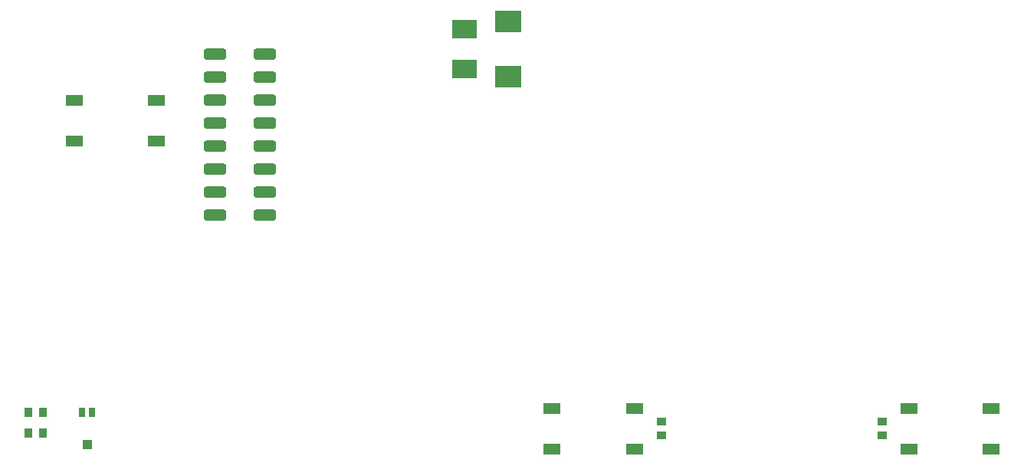
<source format=gbp>
G04 #@! TF.GenerationSoftware,KiCad,Pcbnew,(5.1.5)-3*
G04 #@! TF.CreationDate,2020-05-10T15:15:20+08:00*
G04 #@! TF.ProjectId,SmartAPS,536d6172-7441-4505-932e-6b696361645f,1.0*
G04 #@! TF.SameCoordinates,PX5f5e100PY7bfa480*
G04 #@! TF.FileFunction,Paste,Bot*
G04 #@! TF.FilePolarity,Positive*
%FSLAX46Y46*%
G04 Gerber Fmt 4.6, Leading zero omitted, Abs format (unit mm)*
G04 Created by KiCad (PCBNEW (5.1.5)-3) date 2020-05-10 15:15:20*
%MOMM*%
%LPD*%
G04 APERTURE LIST*
%ADD10C,0.100000*%
%ADD11R,0.930000X0.980000*%
%ADD12R,0.980000X0.930000*%
%ADD13R,1.900000X1.300000*%
%ADD14R,1.000000X1.100000*%
%ADD15R,0.800000X1.100000*%
%ADD16R,2.743000X2.159000*%
%ADD17R,2.895600X2.400300*%
G04 APERTURE END LIST*
D10*
G36*
X29999405Y34198555D02*
G01*
X30028527Y34194236D01*
X30057085Y34187082D01*
X30084805Y34177164D01*
X30111419Y34164576D01*
X30136671Y34149441D01*
X30160318Y34131903D01*
X30182132Y34112132D01*
X30201903Y34090318D01*
X30219441Y34066671D01*
X30234576Y34041419D01*
X30247164Y34014805D01*
X30257082Y33987085D01*
X30264236Y33958527D01*
X30268555Y33929405D01*
X30270000Y33900000D01*
X30270000Y33300000D01*
X30268555Y33270595D01*
X30264236Y33241473D01*
X30257082Y33212915D01*
X30247164Y33185195D01*
X30234576Y33158581D01*
X30219441Y33133329D01*
X30201903Y33109682D01*
X30182132Y33087868D01*
X30160318Y33068097D01*
X30136671Y33050559D01*
X30111419Y33035424D01*
X30084805Y33022836D01*
X30057085Y33012918D01*
X30028527Y33005764D01*
X29999405Y33001445D01*
X29970000Y33000000D01*
X28070000Y33000000D01*
X28040595Y33001445D01*
X28011473Y33005764D01*
X27982915Y33012918D01*
X27955195Y33022836D01*
X27928581Y33035424D01*
X27903329Y33050559D01*
X27879682Y33068097D01*
X27857868Y33087868D01*
X27838097Y33109682D01*
X27820559Y33133329D01*
X27805424Y33158581D01*
X27792836Y33185195D01*
X27782918Y33212915D01*
X27775764Y33241473D01*
X27771445Y33270595D01*
X27770000Y33300000D01*
X27770000Y33900000D01*
X27771445Y33929405D01*
X27775764Y33958527D01*
X27782918Y33987085D01*
X27792836Y34014805D01*
X27805424Y34041419D01*
X27820559Y34066671D01*
X27838097Y34090318D01*
X27857868Y34112132D01*
X27879682Y34131903D01*
X27903329Y34149441D01*
X27928581Y34164576D01*
X27955195Y34177164D01*
X27982915Y34187082D01*
X28011473Y34194236D01*
X28040595Y34198555D01*
X28070000Y34200000D01*
X29970000Y34200000D01*
X29999405Y34198555D01*
G37*
G36*
X35499405Y34198555D02*
G01*
X35528527Y34194236D01*
X35557085Y34187082D01*
X35584805Y34177164D01*
X35611419Y34164576D01*
X35636671Y34149441D01*
X35660318Y34131903D01*
X35682132Y34112132D01*
X35701903Y34090318D01*
X35719441Y34066671D01*
X35734576Y34041419D01*
X35747164Y34014805D01*
X35757082Y33987085D01*
X35764236Y33958527D01*
X35768555Y33929405D01*
X35770000Y33900000D01*
X35770000Y33300000D01*
X35768555Y33270595D01*
X35764236Y33241473D01*
X35757082Y33212915D01*
X35747164Y33185195D01*
X35734576Y33158581D01*
X35719441Y33133329D01*
X35701903Y33109682D01*
X35682132Y33087868D01*
X35660318Y33068097D01*
X35636671Y33050559D01*
X35611419Y33035424D01*
X35584805Y33022836D01*
X35557085Y33012918D01*
X35528527Y33005764D01*
X35499405Y33001445D01*
X35470000Y33000000D01*
X33570000Y33000000D01*
X33540595Y33001445D01*
X33511473Y33005764D01*
X33482915Y33012918D01*
X33455195Y33022836D01*
X33428581Y33035424D01*
X33403329Y33050559D01*
X33379682Y33068097D01*
X33357868Y33087868D01*
X33338097Y33109682D01*
X33320559Y33133329D01*
X33305424Y33158581D01*
X33292836Y33185195D01*
X33282918Y33212915D01*
X33275764Y33241473D01*
X33271445Y33270595D01*
X33270000Y33300000D01*
X33270000Y33900000D01*
X33271445Y33929405D01*
X33275764Y33958527D01*
X33282918Y33987085D01*
X33292836Y34014805D01*
X33305424Y34041419D01*
X33320559Y34066671D01*
X33338097Y34090318D01*
X33357868Y34112132D01*
X33379682Y34131903D01*
X33403329Y34149441D01*
X33428581Y34164576D01*
X33455195Y34177164D01*
X33482915Y34187082D01*
X33511473Y34194236D01*
X33540595Y34198555D01*
X33570000Y34200000D01*
X35470000Y34200000D01*
X35499405Y34198555D01*
G37*
G36*
X35499405Y36738555D02*
G01*
X35528527Y36734236D01*
X35557085Y36727082D01*
X35584805Y36717164D01*
X35611419Y36704576D01*
X35636671Y36689441D01*
X35660318Y36671903D01*
X35682132Y36652132D01*
X35701903Y36630318D01*
X35719441Y36606671D01*
X35734576Y36581419D01*
X35747164Y36554805D01*
X35757082Y36527085D01*
X35764236Y36498527D01*
X35768555Y36469405D01*
X35770000Y36440000D01*
X35770000Y35840000D01*
X35768555Y35810595D01*
X35764236Y35781473D01*
X35757082Y35752915D01*
X35747164Y35725195D01*
X35734576Y35698581D01*
X35719441Y35673329D01*
X35701903Y35649682D01*
X35682132Y35627868D01*
X35660318Y35608097D01*
X35636671Y35590559D01*
X35611419Y35575424D01*
X35584805Y35562836D01*
X35557085Y35552918D01*
X35528527Y35545764D01*
X35499405Y35541445D01*
X35470000Y35540000D01*
X33570000Y35540000D01*
X33540595Y35541445D01*
X33511473Y35545764D01*
X33482915Y35552918D01*
X33455195Y35562836D01*
X33428581Y35575424D01*
X33403329Y35590559D01*
X33379682Y35608097D01*
X33357868Y35627868D01*
X33338097Y35649682D01*
X33320559Y35673329D01*
X33305424Y35698581D01*
X33292836Y35725195D01*
X33282918Y35752915D01*
X33275764Y35781473D01*
X33271445Y35810595D01*
X33270000Y35840000D01*
X33270000Y36440000D01*
X33271445Y36469405D01*
X33275764Y36498527D01*
X33282918Y36527085D01*
X33292836Y36554805D01*
X33305424Y36581419D01*
X33320559Y36606671D01*
X33338097Y36630318D01*
X33357868Y36652132D01*
X33379682Y36671903D01*
X33403329Y36689441D01*
X33428581Y36704576D01*
X33455195Y36717164D01*
X33482915Y36727082D01*
X33511473Y36734236D01*
X33540595Y36738555D01*
X33570000Y36740000D01*
X35470000Y36740000D01*
X35499405Y36738555D01*
G37*
G36*
X29999405Y36738555D02*
G01*
X30028527Y36734236D01*
X30057085Y36727082D01*
X30084805Y36717164D01*
X30111419Y36704576D01*
X30136671Y36689441D01*
X30160318Y36671903D01*
X30182132Y36652132D01*
X30201903Y36630318D01*
X30219441Y36606671D01*
X30234576Y36581419D01*
X30247164Y36554805D01*
X30257082Y36527085D01*
X30264236Y36498527D01*
X30268555Y36469405D01*
X30270000Y36440000D01*
X30270000Y35840000D01*
X30268555Y35810595D01*
X30264236Y35781473D01*
X30257082Y35752915D01*
X30247164Y35725195D01*
X30234576Y35698581D01*
X30219441Y35673329D01*
X30201903Y35649682D01*
X30182132Y35627868D01*
X30160318Y35608097D01*
X30136671Y35590559D01*
X30111419Y35575424D01*
X30084805Y35562836D01*
X30057085Y35552918D01*
X30028527Y35545764D01*
X29999405Y35541445D01*
X29970000Y35540000D01*
X28070000Y35540000D01*
X28040595Y35541445D01*
X28011473Y35545764D01*
X27982915Y35552918D01*
X27955195Y35562836D01*
X27928581Y35575424D01*
X27903329Y35590559D01*
X27879682Y35608097D01*
X27857868Y35627868D01*
X27838097Y35649682D01*
X27820559Y35673329D01*
X27805424Y35698581D01*
X27792836Y35725195D01*
X27782918Y35752915D01*
X27775764Y35781473D01*
X27771445Y35810595D01*
X27770000Y35840000D01*
X27770000Y36440000D01*
X27771445Y36469405D01*
X27775764Y36498527D01*
X27782918Y36527085D01*
X27792836Y36554805D01*
X27805424Y36581419D01*
X27820559Y36606671D01*
X27838097Y36630318D01*
X27857868Y36652132D01*
X27879682Y36671903D01*
X27903329Y36689441D01*
X27928581Y36704576D01*
X27955195Y36717164D01*
X27982915Y36727082D01*
X28011473Y36734236D01*
X28040595Y36738555D01*
X28070000Y36740000D01*
X29970000Y36740000D01*
X29999405Y36738555D01*
G37*
G36*
X35499405Y39278555D02*
G01*
X35528527Y39274236D01*
X35557085Y39267082D01*
X35584805Y39257164D01*
X35611419Y39244576D01*
X35636671Y39229441D01*
X35660318Y39211903D01*
X35682132Y39192132D01*
X35701903Y39170318D01*
X35719441Y39146671D01*
X35734576Y39121419D01*
X35747164Y39094805D01*
X35757082Y39067085D01*
X35764236Y39038527D01*
X35768555Y39009405D01*
X35770000Y38980000D01*
X35770000Y38380000D01*
X35768555Y38350595D01*
X35764236Y38321473D01*
X35757082Y38292915D01*
X35747164Y38265195D01*
X35734576Y38238581D01*
X35719441Y38213329D01*
X35701903Y38189682D01*
X35682132Y38167868D01*
X35660318Y38148097D01*
X35636671Y38130559D01*
X35611419Y38115424D01*
X35584805Y38102836D01*
X35557085Y38092918D01*
X35528527Y38085764D01*
X35499405Y38081445D01*
X35470000Y38080000D01*
X33570000Y38080000D01*
X33540595Y38081445D01*
X33511473Y38085764D01*
X33482915Y38092918D01*
X33455195Y38102836D01*
X33428581Y38115424D01*
X33403329Y38130559D01*
X33379682Y38148097D01*
X33357868Y38167868D01*
X33338097Y38189682D01*
X33320559Y38213329D01*
X33305424Y38238581D01*
X33292836Y38265195D01*
X33282918Y38292915D01*
X33275764Y38321473D01*
X33271445Y38350595D01*
X33270000Y38380000D01*
X33270000Y38980000D01*
X33271445Y39009405D01*
X33275764Y39038527D01*
X33282918Y39067085D01*
X33292836Y39094805D01*
X33305424Y39121419D01*
X33320559Y39146671D01*
X33338097Y39170318D01*
X33357868Y39192132D01*
X33379682Y39211903D01*
X33403329Y39229441D01*
X33428581Y39244576D01*
X33455195Y39257164D01*
X33482915Y39267082D01*
X33511473Y39274236D01*
X33540595Y39278555D01*
X33570000Y39280000D01*
X35470000Y39280000D01*
X35499405Y39278555D01*
G37*
G36*
X29999405Y39278555D02*
G01*
X30028527Y39274236D01*
X30057085Y39267082D01*
X30084805Y39257164D01*
X30111419Y39244576D01*
X30136671Y39229441D01*
X30160318Y39211903D01*
X30182132Y39192132D01*
X30201903Y39170318D01*
X30219441Y39146671D01*
X30234576Y39121419D01*
X30247164Y39094805D01*
X30257082Y39067085D01*
X30264236Y39038527D01*
X30268555Y39009405D01*
X30270000Y38980000D01*
X30270000Y38380000D01*
X30268555Y38350595D01*
X30264236Y38321473D01*
X30257082Y38292915D01*
X30247164Y38265195D01*
X30234576Y38238581D01*
X30219441Y38213329D01*
X30201903Y38189682D01*
X30182132Y38167868D01*
X30160318Y38148097D01*
X30136671Y38130559D01*
X30111419Y38115424D01*
X30084805Y38102836D01*
X30057085Y38092918D01*
X30028527Y38085764D01*
X29999405Y38081445D01*
X29970000Y38080000D01*
X28070000Y38080000D01*
X28040595Y38081445D01*
X28011473Y38085764D01*
X27982915Y38092918D01*
X27955195Y38102836D01*
X27928581Y38115424D01*
X27903329Y38130559D01*
X27879682Y38148097D01*
X27857868Y38167868D01*
X27838097Y38189682D01*
X27820559Y38213329D01*
X27805424Y38238581D01*
X27792836Y38265195D01*
X27782918Y38292915D01*
X27775764Y38321473D01*
X27771445Y38350595D01*
X27770000Y38380000D01*
X27770000Y38980000D01*
X27771445Y39009405D01*
X27775764Y39038527D01*
X27782918Y39067085D01*
X27792836Y39094805D01*
X27805424Y39121419D01*
X27820559Y39146671D01*
X27838097Y39170318D01*
X27857868Y39192132D01*
X27879682Y39211903D01*
X27903329Y39229441D01*
X27928581Y39244576D01*
X27955195Y39257164D01*
X27982915Y39267082D01*
X28011473Y39274236D01*
X28040595Y39278555D01*
X28070000Y39280000D01*
X29970000Y39280000D01*
X29999405Y39278555D01*
G37*
G36*
X35499405Y41818555D02*
G01*
X35528527Y41814236D01*
X35557085Y41807082D01*
X35584805Y41797164D01*
X35611419Y41784576D01*
X35636671Y41769441D01*
X35660318Y41751903D01*
X35682132Y41732132D01*
X35701903Y41710318D01*
X35719441Y41686671D01*
X35734576Y41661419D01*
X35747164Y41634805D01*
X35757082Y41607085D01*
X35764236Y41578527D01*
X35768555Y41549405D01*
X35770000Y41520000D01*
X35770000Y40920000D01*
X35768555Y40890595D01*
X35764236Y40861473D01*
X35757082Y40832915D01*
X35747164Y40805195D01*
X35734576Y40778581D01*
X35719441Y40753329D01*
X35701903Y40729682D01*
X35682132Y40707868D01*
X35660318Y40688097D01*
X35636671Y40670559D01*
X35611419Y40655424D01*
X35584805Y40642836D01*
X35557085Y40632918D01*
X35528527Y40625764D01*
X35499405Y40621445D01*
X35470000Y40620000D01*
X33570000Y40620000D01*
X33540595Y40621445D01*
X33511473Y40625764D01*
X33482915Y40632918D01*
X33455195Y40642836D01*
X33428581Y40655424D01*
X33403329Y40670559D01*
X33379682Y40688097D01*
X33357868Y40707868D01*
X33338097Y40729682D01*
X33320559Y40753329D01*
X33305424Y40778581D01*
X33292836Y40805195D01*
X33282918Y40832915D01*
X33275764Y40861473D01*
X33271445Y40890595D01*
X33270000Y40920000D01*
X33270000Y41520000D01*
X33271445Y41549405D01*
X33275764Y41578527D01*
X33282918Y41607085D01*
X33292836Y41634805D01*
X33305424Y41661419D01*
X33320559Y41686671D01*
X33338097Y41710318D01*
X33357868Y41732132D01*
X33379682Y41751903D01*
X33403329Y41769441D01*
X33428581Y41784576D01*
X33455195Y41797164D01*
X33482915Y41807082D01*
X33511473Y41814236D01*
X33540595Y41818555D01*
X33570000Y41820000D01*
X35470000Y41820000D01*
X35499405Y41818555D01*
G37*
G36*
X29999405Y41818555D02*
G01*
X30028527Y41814236D01*
X30057085Y41807082D01*
X30084805Y41797164D01*
X30111419Y41784576D01*
X30136671Y41769441D01*
X30160318Y41751903D01*
X30182132Y41732132D01*
X30201903Y41710318D01*
X30219441Y41686671D01*
X30234576Y41661419D01*
X30247164Y41634805D01*
X30257082Y41607085D01*
X30264236Y41578527D01*
X30268555Y41549405D01*
X30270000Y41520000D01*
X30270000Y40920000D01*
X30268555Y40890595D01*
X30264236Y40861473D01*
X30257082Y40832915D01*
X30247164Y40805195D01*
X30234576Y40778581D01*
X30219441Y40753329D01*
X30201903Y40729682D01*
X30182132Y40707868D01*
X30160318Y40688097D01*
X30136671Y40670559D01*
X30111419Y40655424D01*
X30084805Y40642836D01*
X30057085Y40632918D01*
X30028527Y40625764D01*
X29999405Y40621445D01*
X29970000Y40620000D01*
X28070000Y40620000D01*
X28040595Y40621445D01*
X28011473Y40625764D01*
X27982915Y40632918D01*
X27955195Y40642836D01*
X27928581Y40655424D01*
X27903329Y40670559D01*
X27879682Y40688097D01*
X27857868Y40707868D01*
X27838097Y40729682D01*
X27820559Y40753329D01*
X27805424Y40778581D01*
X27792836Y40805195D01*
X27782918Y40832915D01*
X27775764Y40861473D01*
X27771445Y40890595D01*
X27770000Y40920000D01*
X27770000Y41520000D01*
X27771445Y41549405D01*
X27775764Y41578527D01*
X27782918Y41607085D01*
X27792836Y41634805D01*
X27805424Y41661419D01*
X27820559Y41686671D01*
X27838097Y41710318D01*
X27857868Y41732132D01*
X27879682Y41751903D01*
X27903329Y41769441D01*
X27928581Y41784576D01*
X27955195Y41797164D01*
X27982915Y41807082D01*
X28011473Y41814236D01*
X28040595Y41818555D01*
X28070000Y41820000D01*
X29970000Y41820000D01*
X29999405Y41818555D01*
G37*
G36*
X35499405Y44358555D02*
G01*
X35528527Y44354236D01*
X35557085Y44347082D01*
X35584805Y44337164D01*
X35611419Y44324576D01*
X35636671Y44309441D01*
X35660318Y44291903D01*
X35682132Y44272132D01*
X35701903Y44250318D01*
X35719441Y44226671D01*
X35734576Y44201419D01*
X35747164Y44174805D01*
X35757082Y44147085D01*
X35764236Y44118527D01*
X35768555Y44089405D01*
X35770000Y44060000D01*
X35770000Y43460000D01*
X35768555Y43430595D01*
X35764236Y43401473D01*
X35757082Y43372915D01*
X35747164Y43345195D01*
X35734576Y43318581D01*
X35719441Y43293329D01*
X35701903Y43269682D01*
X35682132Y43247868D01*
X35660318Y43228097D01*
X35636671Y43210559D01*
X35611419Y43195424D01*
X35584805Y43182836D01*
X35557085Y43172918D01*
X35528527Y43165764D01*
X35499405Y43161445D01*
X35470000Y43160000D01*
X33570000Y43160000D01*
X33540595Y43161445D01*
X33511473Y43165764D01*
X33482915Y43172918D01*
X33455195Y43182836D01*
X33428581Y43195424D01*
X33403329Y43210559D01*
X33379682Y43228097D01*
X33357868Y43247868D01*
X33338097Y43269682D01*
X33320559Y43293329D01*
X33305424Y43318581D01*
X33292836Y43345195D01*
X33282918Y43372915D01*
X33275764Y43401473D01*
X33271445Y43430595D01*
X33270000Y43460000D01*
X33270000Y44060000D01*
X33271445Y44089405D01*
X33275764Y44118527D01*
X33282918Y44147085D01*
X33292836Y44174805D01*
X33305424Y44201419D01*
X33320559Y44226671D01*
X33338097Y44250318D01*
X33357868Y44272132D01*
X33379682Y44291903D01*
X33403329Y44309441D01*
X33428581Y44324576D01*
X33455195Y44337164D01*
X33482915Y44347082D01*
X33511473Y44354236D01*
X33540595Y44358555D01*
X33570000Y44360000D01*
X35470000Y44360000D01*
X35499405Y44358555D01*
G37*
G36*
X29999405Y44358555D02*
G01*
X30028527Y44354236D01*
X30057085Y44347082D01*
X30084805Y44337164D01*
X30111419Y44324576D01*
X30136671Y44309441D01*
X30160318Y44291903D01*
X30182132Y44272132D01*
X30201903Y44250318D01*
X30219441Y44226671D01*
X30234576Y44201419D01*
X30247164Y44174805D01*
X30257082Y44147085D01*
X30264236Y44118527D01*
X30268555Y44089405D01*
X30270000Y44060000D01*
X30270000Y43460000D01*
X30268555Y43430595D01*
X30264236Y43401473D01*
X30257082Y43372915D01*
X30247164Y43345195D01*
X30234576Y43318581D01*
X30219441Y43293329D01*
X30201903Y43269682D01*
X30182132Y43247868D01*
X30160318Y43228097D01*
X30136671Y43210559D01*
X30111419Y43195424D01*
X30084805Y43182836D01*
X30057085Y43172918D01*
X30028527Y43165764D01*
X29999405Y43161445D01*
X29970000Y43160000D01*
X28070000Y43160000D01*
X28040595Y43161445D01*
X28011473Y43165764D01*
X27982915Y43172918D01*
X27955195Y43182836D01*
X27928581Y43195424D01*
X27903329Y43210559D01*
X27879682Y43228097D01*
X27857868Y43247868D01*
X27838097Y43269682D01*
X27820559Y43293329D01*
X27805424Y43318581D01*
X27792836Y43345195D01*
X27782918Y43372915D01*
X27775764Y43401473D01*
X27771445Y43430595D01*
X27770000Y43460000D01*
X27770000Y44060000D01*
X27771445Y44089405D01*
X27775764Y44118527D01*
X27782918Y44147085D01*
X27792836Y44174805D01*
X27805424Y44201419D01*
X27820559Y44226671D01*
X27838097Y44250318D01*
X27857868Y44272132D01*
X27879682Y44291903D01*
X27903329Y44309441D01*
X27928581Y44324576D01*
X27955195Y44337164D01*
X27982915Y44347082D01*
X28011473Y44354236D01*
X28040595Y44358555D01*
X28070000Y44360000D01*
X29970000Y44360000D01*
X29999405Y44358555D01*
G37*
G36*
X35499405Y46898555D02*
G01*
X35528527Y46894236D01*
X35557085Y46887082D01*
X35584805Y46877164D01*
X35611419Y46864576D01*
X35636671Y46849441D01*
X35660318Y46831903D01*
X35682132Y46812132D01*
X35701903Y46790318D01*
X35719441Y46766671D01*
X35734576Y46741419D01*
X35747164Y46714805D01*
X35757082Y46687085D01*
X35764236Y46658527D01*
X35768555Y46629405D01*
X35770000Y46600000D01*
X35770000Y46000000D01*
X35768555Y45970595D01*
X35764236Y45941473D01*
X35757082Y45912915D01*
X35747164Y45885195D01*
X35734576Y45858581D01*
X35719441Y45833329D01*
X35701903Y45809682D01*
X35682132Y45787868D01*
X35660318Y45768097D01*
X35636671Y45750559D01*
X35611419Y45735424D01*
X35584805Y45722836D01*
X35557085Y45712918D01*
X35528527Y45705764D01*
X35499405Y45701445D01*
X35470000Y45700000D01*
X33570000Y45700000D01*
X33540595Y45701445D01*
X33511473Y45705764D01*
X33482915Y45712918D01*
X33455195Y45722836D01*
X33428581Y45735424D01*
X33403329Y45750559D01*
X33379682Y45768097D01*
X33357868Y45787868D01*
X33338097Y45809682D01*
X33320559Y45833329D01*
X33305424Y45858581D01*
X33292836Y45885195D01*
X33282918Y45912915D01*
X33275764Y45941473D01*
X33271445Y45970595D01*
X33270000Y46000000D01*
X33270000Y46600000D01*
X33271445Y46629405D01*
X33275764Y46658527D01*
X33282918Y46687085D01*
X33292836Y46714805D01*
X33305424Y46741419D01*
X33320559Y46766671D01*
X33338097Y46790318D01*
X33357868Y46812132D01*
X33379682Y46831903D01*
X33403329Y46849441D01*
X33428581Y46864576D01*
X33455195Y46877164D01*
X33482915Y46887082D01*
X33511473Y46894236D01*
X33540595Y46898555D01*
X33570000Y46900000D01*
X35470000Y46900000D01*
X35499405Y46898555D01*
G37*
G36*
X29999405Y46898555D02*
G01*
X30028527Y46894236D01*
X30057085Y46887082D01*
X30084805Y46877164D01*
X30111419Y46864576D01*
X30136671Y46849441D01*
X30160318Y46831903D01*
X30182132Y46812132D01*
X30201903Y46790318D01*
X30219441Y46766671D01*
X30234576Y46741419D01*
X30247164Y46714805D01*
X30257082Y46687085D01*
X30264236Y46658527D01*
X30268555Y46629405D01*
X30270000Y46600000D01*
X30270000Y46000000D01*
X30268555Y45970595D01*
X30264236Y45941473D01*
X30257082Y45912915D01*
X30247164Y45885195D01*
X30234576Y45858581D01*
X30219441Y45833329D01*
X30201903Y45809682D01*
X30182132Y45787868D01*
X30160318Y45768097D01*
X30136671Y45750559D01*
X30111419Y45735424D01*
X30084805Y45722836D01*
X30057085Y45712918D01*
X30028527Y45705764D01*
X29999405Y45701445D01*
X29970000Y45700000D01*
X28070000Y45700000D01*
X28040595Y45701445D01*
X28011473Y45705764D01*
X27982915Y45712918D01*
X27955195Y45722836D01*
X27928581Y45735424D01*
X27903329Y45750559D01*
X27879682Y45768097D01*
X27857868Y45787868D01*
X27838097Y45809682D01*
X27820559Y45833329D01*
X27805424Y45858581D01*
X27792836Y45885195D01*
X27782918Y45912915D01*
X27775764Y45941473D01*
X27771445Y45970595D01*
X27770000Y46000000D01*
X27770000Y46600000D01*
X27771445Y46629405D01*
X27775764Y46658527D01*
X27782918Y46687085D01*
X27792836Y46714805D01*
X27805424Y46741419D01*
X27820559Y46766671D01*
X27838097Y46790318D01*
X27857868Y46812132D01*
X27879682Y46831903D01*
X27903329Y46849441D01*
X27928581Y46864576D01*
X27955195Y46877164D01*
X27982915Y46887082D01*
X28011473Y46894236D01*
X28040595Y46898555D01*
X28070000Y46900000D01*
X29970000Y46900000D01*
X29999405Y46898555D01*
G37*
G36*
X35499405Y49438555D02*
G01*
X35528527Y49434236D01*
X35557085Y49427082D01*
X35584805Y49417164D01*
X35611419Y49404576D01*
X35636671Y49389441D01*
X35660318Y49371903D01*
X35682132Y49352132D01*
X35701903Y49330318D01*
X35719441Y49306671D01*
X35734576Y49281419D01*
X35747164Y49254805D01*
X35757082Y49227085D01*
X35764236Y49198527D01*
X35768555Y49169405D01*
X35770000Y49140000D01*
X35770000Y48540000D01*
X35768555Y48510595D01*
X35764236Y48481473D01*
X35757082Y48452915D01*
X35747164Y48425195D01*
X35734576Y48398581D01*
X35719441Y48373329D01*
X35701903Y48349682D01*
X35682132Y48327868D01*
X35660318Y48308097D01*
X35636671Y48290559D01*
X35611419Y48275424D01*
X35584805Y48262836D01*
X35557085Y48252918D01*
X35528527Y48245764D01*
X35499405Y48241445D01*
X35470000Y48240000D01*
X33570000Y48240000D01*
X33540595Y48241445D01*
X33511473Y48245764D01*
X33482915Y48252918D01*
X33455195Y48262836D01*
X33428581Y48275424D01*
X33403329Y48290559D01*
X33379682Y48308097D01*
X33357868Y48327868D01*
X33338097Y48349682D01*
X33320559Y48373329D01*
X33305424Y48398581D01*
X33292836Y48425195D01*
X33282918Y48452915D01*
X33275764Y48481473D01*
X33271445Y48510595D01*
X33270000Y48540000D01*
X33270000Y49140000D01*
X33271445Y49169405D01*
X33275764Y49198527D01*
X33282918Y49227085D01*
X33292836Y49254805D01*
X33305424Y49281419D01*
X33320559Y49306671D01*
X33338097Y49330318D01*
X33357868Y49352132D01*
X33379682Y49371903D01*
X33403329Y49389441D01*
X33428581Y49404576D01*
X33455195Y49417164D01*
X33482915Y49427082D01*
X33511473Y49434236D01*
X33540595Y49438555D01*
X33570000Y49440000D01*
X35470000Y49440000D01*
X35499405Y49438555D01*
G37*
G36*
X29999405Y49438555D02*
G01*
X30028527Y49434236D01*
X30057085Y49427082D01*
X30084805Y49417164D01*
X30111419Y49404576D01*
X30136671Y49389441D01*
X30160318Y49371903D01*
X30182132Y49352132D01*
X30201903Y49330318D01*
X30219441Y49306671D01*
X30234576Y49281419D01*
X30247164Y49254805D01*
X30257082Y49227085D01*
X30264236Y49198527D01*
X30268555Y49169405D01*
X30270000Y49140000D01*
X30270000Y48540000D01*
X30268555Y48510595D01*
X30264236Y48481473D01*
X30257082Y48452915D01*
X30247164Y48425195D01*
X30234576Y48398581D01*
X30219441Y48373329D01*
X30201903Y48349682D01*
X30182132Y48327868D01*
X30160318Y48308097D01*
X30136671Y48290559D01*
X30111419Y48275424D01*
X30084805Y48262836D01*
X30057085Y48252918D01*
X30028527Y48245764D01*
X29999405Y48241445D01*
X29970000Y48240000D01*
X28070000Y48240000D01*
X28040595Y48241445D01*
X28011473Y48245764D01*
X27982915Y48252918D01*
X27955195Y48262836D01*
X27928581Y48275424D01*
X27903329Y48290559D01*
X27879682Y48308097D01*
X27857868Y48327868D01*
X27838097Y48349682D01*
X27820559Y48373329D01*
X27805424Y48398581D01*
X27792836Y48425195D01*
X27782918Y48452915D01*
X27775764Y48481473D01*
X27771445Y48510595D01*
X27770000Y48540000D01*
X27770000Y49140000D01*
X27771445Y49169405D01*
X27775764Y49198527D01*
X27782918Y49227085D01*
X27792836Y49254805D01*
X27805424Y49281419D01*
X27820559Y49306671D01*
X27838097Y49330318D01*
X27857868Y49352132D01*
X27879682Y49371903D01*
X27903329Y49389441D01*
X27928581Y49404576D01*
X27955195Y49417164D01*
X27982915Y49427082D01*
X28011473Y49434236D01*
X28040595Y49438555D01*
X28070000Y49440000D01*
X29970000Y49440000D01*
X29999405Y49438555D01*
G37*
G36*
X35499405Y51978555D02*
G01*
X35528527Y51974236D01*
X35557085Y51967082D01*
X35584805Y51957164D01*
X35611419Y51944576D01*
X35636671Y51929441D01*
X35660318Y51911903D01*
X35682132Y51892132D01*
X35701903Y51870318D01*
X35719441Y51846671D01*
X35734576Y51821419D01*
X35747164Y51794805D01*
X35757082Y51767085D01*
X35764236Y51738527D01*
X35768555Y51709405D01*
X35770000Y51680000D01*
X35770000Y51080000D01*
X35768555Y51050595D01*
X35764236Y51021473D01*
X35757082Y50992915D01*
X35747164Y50965195D01*
X35734576Y50938581D01*
X35719441Y50913329D01*
X35701903Y50889682D01*
X35682132Y50867868D01*
X35660318Y50848097D01*
X35636671Y50830559D01*
X35611419Y50815424D01*
X35584805Y50802836D01*
X35557085Y50792918D01*
X35528527Y50785764D01*
X35499405Y50781445D01*
X35470000Y50780000D01*
X33570000Y50780000D01*
X33540595Y50781445D01*
X33511473Y50785764D01*
X33482915Y50792918D01*
X33455195Y50802836D01*
X33428581Y50815424D01*
X33403329Y50830559D01*
X33379682Y50848097D01*
X33357868Y50867868D01*
X33338097Y50889682D01*
X33320559Y50913329D01*
X33305424Y50938581D01*
X33292836Y50965195D01*
X33282918Y50992915D01*
X33275764Y51021473D01*
X33271445Y51050595D01*
X33270000Y51080000D01*
X33270000Y51680000D01*
X33271445Y51709405D01*
X33275764Y51738527D01*
X33282918Y51767085D01*
X33292836Y51794805D01*
X33305424Y51821419D01*
X33320559Y51846671D01*
X33338097Y51870318D01*
X33357868Y51892132D01*
X33379682Y51911903D01*
X33403329Y51929441D01*
X33428581Y51944576D01*
X33455195Y51957164D01*
X33482915Y51967082D01*
X33511473Y51974236D01*
X33540595Y51978555D01*
X33570000Y51980000D01*
X35470000Y51980000D01*
X35499405Y51978555D01*
G37*
G36*
X29999405Y51978555D02*
G01*
X30028527Y51974236D01*
X30057085Y51967082D01*
X30084805Y51957164D01*
X30111419Y51944576D01*
X30136671Y51929441D01*
X30160318Y51911903D01*
X30182132Y51892132D01*
X30201903Y51870318D01*
X30219441Y51846671D01*
X30234576Y51821419D01*
X30247164Y51794805D01*
X30257082Y51767085D01*
X30264236Y51738527D01*
X30268555Y51709405D01*
X30270000Y51680000D01*
X30270000Y51080000D01*
X30268555Y51050595D01*
X30264236Y51021473D01*
X30257082Y50992915D01*
X30247164Y50965195D01*
X30234576Y50938581D01*
X30219441Y50913329D01*
X30201903Y50889682D01*
X30182132Y50867868D01*
X30160318Y50848097D01*
X30136671Y50830559D01*
X30111419Y50815424D01*
X30084805Y50802836D01*
X30057085Y50792918D01*
X30028527Y50785764D01*
X29999405Y50781445D01*
X29970000Y50780000D01*
X28070000Y50780000D01*
X28040595Y50781445D01*
X28011473Y50785764D01*
X27982915Y50792918D01*
X27955195Y50802836D01*
X27928581Y50815424D01*
X27903329Y50830559D01*
X27879682Y50848097D01*
X27857868Y50867868D01*
X27838097Y50889682D01*
X27820559Y50913329D01*
X27805424Y50938581D01*
X27792836Y50965195D01*
X27782918Y50992915D01*
X27775764Y51021473D01*
X27771445Y51050595D01*
X27770000Y51080000D01*
X27770000Y51680000D01*
X27771445Y51709405D01*
X27775764Y51738527D01*
X27782918Y51767085D01*
X27792836Y51794805D01*
X27805424Y51821419D01*
X27820559Y51846671D01*
X27838097Y51870318D01*
X27857868Y51892132D01*
X27879682Y51911903D01*
X27903329Y51929441D01*
X27928581Y51944576D01*
X27955195Y51957164D01*
X27982915Y51967082D01*
X28011473Y51974236D01*
X28040595Y51978555D01*
X28070000Y51980000D01*
X29970000Y51980000D01*
X29999405Y51978555D01*
G37*
D11*
X8430000Y11800000D03*
X9970000Y11800000D03*
D12*
X78300000Y9230000D03*
X78300000Y10770000D03*
X102700000Y9230000D03*
X102700000Y10770000D03*
D13*
X75350000Y12250000D03*
X75350000Y7750000D03*
X66250000Y7750000D03*
X66250000Y12250000D03*
X114750000Y12250000D03*
X114750000Y7750000D03*
X105650000Y7750000D03*
X105650000Y12250000D03*
X22550000Y46250000D03*
X22550000Y41750000D03*
X13450000Y41750000D03*
X13450000Y46250000D03*
D14*
X14900000Y8225000D03*
D15*
X15450000Y11775000D03*
X14350000Y11775000D03*
D11*
X8430000Y9500000D03*
X9970000Y9500000D03*
D16*
X56600000Y49690000D03*
X56600000Y54110000D03*
D17*
X61400000Y54954350D03*
X61400000Y48845650D03*
M02*

</source>
